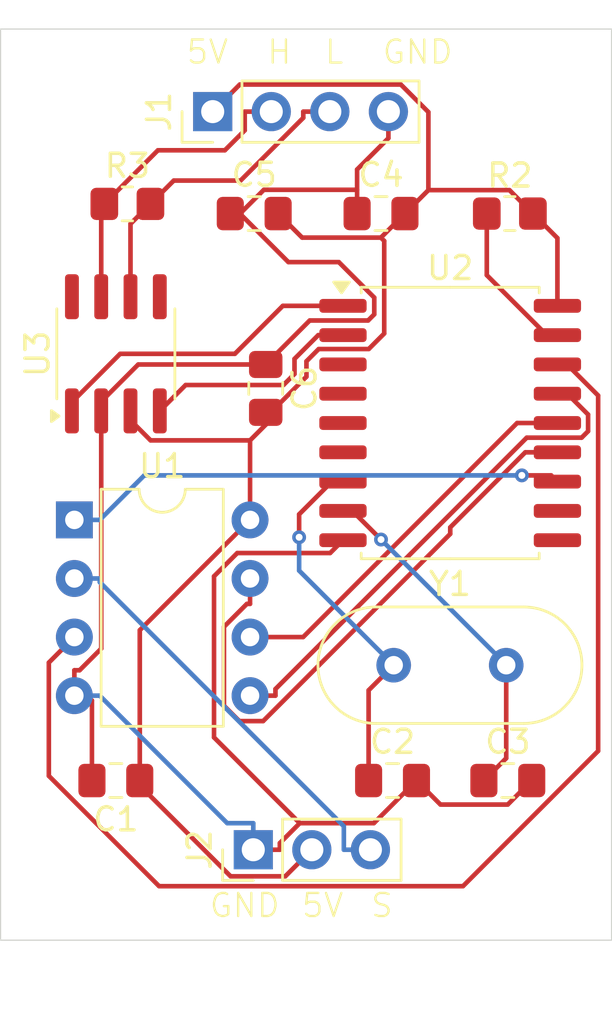
<source format=kicad_pcb>
(kicad_pcb (version 20240108) (generator "pcbnew") (generator_version "8.0")
  (layers (0 "F.Cu" signal) (31 "B.Cu" signal) (34 "B.Paste" user) (35 "F.Paste" user) (36 "B.SilkS" user "B.Silkscreen") (37 "F.SilkS" user "F.Silkscreen") (38 "B.Mask" user) (39 "F.Mask" user) (44 "Edge.Cuts" user))
  (net 0 "")
  (net 1 "GND")
  (net 2 "+5V")
  (net 3 "Net-(U2-OSC2)")
  (net 4 "Net-(U2-OSC1)")
  (net 5 "Net-(J1-Pin_3)")
  (net 6 "Net-(J1-Pin_2)")
  (net 7 "Sensor Input")
  (net 8 "Net-(U2-~{RESET})")
  (net 9 "CAN INT")
  (net 10 "CAN_SCK")
  (net 11 "CAN_MOSI")
  (net 12 "CAN_CS")
  (net 13 "CAN_MISO")
  (net 17 "Net-(U2-TXCAN)")
  (net 21 "Net-(U2-RXCAN)")
  (footprint "Package_SO:SOIC-18W_7.5x11.6mm_P1.27mm" (layer "F.Cu") (at 143 81.5)
    (property "Reference" "U2" (at 0 -6.72 0) (layer "F.SilkS"))
    (property "Value" "MCP2515-xSO")
    (fp_line (start -3.86 -5.885) (end -3.86 -5.64) (stroke (width 0.12)) (layer "F.SilkS"))
    (fp_line (start -3.86 5.885) (end -3.86 5.64) (stroke (width 0.12)) (layer "F.SilkS"))
    (fp_line (start 0 -5.885) (end -3.86 -5.885) (stroke (width 0.12)) (layer "F.SilkS"))
    (fp_line (start 0 -5.885) (end 3.86 -5.885) (stroke (width 0.12)) (layer "F.SilkS"))
    (fp_line (start 0 5.885) (end -3.86 5.885) (stroke (width 0.12)) (layer "F.SilkS"))
    (fp_line (start 0 5.885) (end 3.86 5.885) (stroke (width 0.12)) (layer "F.SilkS"))
    (fp_line (start 3.86 -5.885) (end 3.86 -5.64) (stroke (width 0.12)) (layer "F.SilkS"))
    (fp_line (start 3.86 5.885) (end 3.86 5.64) (stroke (width 0.12)) (layer "F.SilkS"))
    (fp_poly (pts (xy -4.7125 -5.64) (xy -5.0525 -6.11) (xy -4.3725 -6.11) (xy -4.7125 -5.64)) (stroke (width 0.12)) (fill solid) (layer "F.SilkS"))
    (pad "1" smd roundrect (at -4.65 -5.08) (size 2.05 0.6) (layers "F.Cu" "F.Paste" "F.Mask") (net 17 "Net-(U2-TXCAN)"))
    (pad "2" smd roundrect (at -4.65 -3.81) (size 2.05 0.6) (layers "F.Cu" "F.Paste" "F.Mask") (net 21 "Net-(U2-RXCAN)"))
    (pad "3" smd roundrect (at -4.65 -2.54) (size 2.05 0.6) (layers "F.Cu" "F.Paste" "F.Mask"))
    (pad "4" smd roundrect (at -4.65 -1.27) (size 2.05 0.6) (layers "F.Cu" "F.Paste" "F.Mask"))
    (pad "5" smd roundrect (at -4.65 0) (size 2.05 0.6) (layers "F.Cu" "F.Paste" "F.Mask"))
    (pad "6" smd roundrect (at -4.65 1.27) (size 2.05 0.6) (layers "F.Cu" "F.Paste" "F.Mask"))
    (pad "7" smd roundrect (at -4.65 2.54) (size 2.05 0.6) (layers "F.Cu" "F.Paste" "F.Mask") (net 3 "Net-(U2-OSC2)"))
    (pad "8" smd roundrect (at -4.65 3.81) (size 2.05 0.6) (layers "F.Cu" "F.Paste" "F.Mask") (net 4 "Net-(U2-OSC1)"))
    (pad "9" smd roundrect (at -4.65 5.08) (size 2.05 0.6) (layers "F.Cu" "F.Paste" "F.Mask") (net 1 "GND"))
    (pad "10" smd roundrect (at 4.65 5.08) (size 2.05 0.6) (layers "F.Cu" "F.Paste" "F.Mask"))
    (pad "11" smd roundrect (at 4.65 3.81) (size 2.05 0.6) (layers "F.Cu" "F.Paste" "F.Mask"))
    (pad "12" smd roundrect (at 4.65 2.54) (size 2.05 0.6) (layers "F.Cu" "F.Paste" "F.Mask") (net 9 "CAN INT"))
    (pad "13" smd roundrect (at 4.65 1.27) (size 2.05 0.6) (layers "F.Cu" "F.Paste" "F.Mask") (net 10 "CAN_SCK"))
    (pad "14" smd roundrect (at 4.65 0) (size 2.05 0.6) (layers "F.Cu" "F.Paste" "F.Mask") (net 11 "CAN_MOSI"))
    (pad "15" smd roundrect (at 4.65 -1.27) (size 2.05 0.6) (layers "F.Cu" "F.Paste" "F.Mask") (net 13 "CAN_MISO"))
    (pad "16" smd roundrect (at 4.65 -2.54) (size 2.05 0.6) (layers "F.Cu" "F.Paste" "F.Mask") (net 12 "CAN_CS"))
    (pad "17" smd roundrect (at 4.65 -3.81) (size 2.05 0.6) (layers "F.Cu" "F.Paste" "F.Mask") (net 8 "Net-(U2-~{RESET})"))
    (pad "18" smd roundrect (at 4.65 -5.08) (size 2.05 0.6) (layers "F.Cu" "F.Paste" "F.Mask") (net 2 "+5V"))
  )
  (footprint "Capacitor_SMD:C_0805_2012Metric_Pad1.18x1.45mm_HandSolder" (layer "F.Cu") (at 128.5 97 180)
    (property "Reference" "C1" (at 0 -1.68 180) (layer "F.SilkS"))
    (property "Value" "0.1uF")
    (fp_line (start -0.261252 0.735) (end 0.261252 0.735) (stroke (width 0.12)) (layer "F.SilkS"))
    (fp_line (start -0.261252 -0.735) (end 0.261252 -0.735) (stroke (width 0.12)) (layer "F.SilkS"))
    (pad "1" smd roundrect (at -1.0375 0 180) (size 1.175 1.45) (layers "F.Cu" "F.Paste" "F.Mask") (roundrect_rratio 0.212766) (net 2 "+5V"))
    (pad "2" smd roundrect (at 1.0375 0 180) (size 1.175 1.45) (layers "F.Cu" "F.Paste" "F.Mask") (roundrect_rratio 0.212766) (net 1 "GND"))
  )
  (footprint "Crystal:Crystal_HC49-4H_Vertical" (layer "F.Cu") (at 140.55 92)
    (property "Reference" "Y1" (at 2.44 -3.525 0) (layer "F.SilkS"))
    (property "Value" "8MHz")
    (fp_line (start -0.76 -2.525) (end 5.64 -2.525) (stroke (width 0.12)) (layer "F.SilkS"))
    (fp_line (start -0.76 2.525) (end 5.64 2.525) (stroke (width 0.12)) (layer "F.SilkS"))
    (fp_arc (start -0.76 2.525) (mid -3.285 0) (end -0.76 -2.525) (stroke (width 0.12)) (layer "F.SilkS"))
    (fp_arc (start 5.64 -2.525) (mid 8.165 0) (end 5.64 2.525) (stroke (width 0.12)) (layer "F.SilkS"))
    (pad "1" thru_hole circle (at 0 0) (size 1.5 1.5) (drill 0.8) (layers "*.Cu" "*.Mask") (net 3 "Net-(U2-OSC2)"))
    (pad "2" thru_hole circle (at 4.88 0) (size 1.5 1.5) (drill 0.8) (layers "*.Cu" "*.Mask") (net 4 "Net-(U2-OSC1)"))
  )
  (footprint "Connector_PinHeader_2.54mm:PinHeader_1x03_P2.54mm_Vertical" (layer "F.Cu") (at 134.46 100 90)
    (property "Reference" "J2" (at 0 -2.33 -90) (layer "F.SilkS"))
    (property "Value" "Conn_01x03_Socket")
    (fp_line (start -1.33 -1.33) (end 0 -1.33) (stroke (width 0.12)) (layer "F.SilkS"))
    (fp_line (start -1.33 0) (end -1.33 -1.33) (stroke (width 0.12)) (layer "F.SilkS"))
    (fp_line (start 1.33 1.27) (end 1.33 6.41) (stroke (width 0.12)) (layer "F.SilkS"))
    (fp_line (start -1.33 1.27) (end 1.33 1.27) (stroke (width 0.12)) (layer "F.SilkS"))
    (fp_line (start -1.33 1.27) (end -1.33 6.41) (stroke (width 0.12)) (layer "F.SilkS"))
    (fp_line (start -1.33 6.41) (end 1.33 6.41) (stroke (width 0.12)) (layer "F.SilkS"))
    (pad "1" thru_hole rect (at 0 0 90) (size 1.7 1.7) (drill 1) (layers "*.Cu" "*.Mask") (net 1 "GND"))
    (pad "2" thru_hole oval (at 0 2.54 90) (size 1.7 1.7) (drill 1) (layers "*.Cu" "*.Mask") (net 2 "+5V"))
    (pad "3" thru_hole oval (at 0 5.08 90) (size 1.7 1.7) (drill 1) (layers "*.Cu" "*.Mask") (net 7 "Sensor Input"))
  )
  (footprint "Capacitor_SMD:C_0805_2012Metric_Pad1.18x1.45mm_HandSolder" (layer "F.Cu") (at 135 80 -90)
    (property "Reference" "C6" (at 0 -1.68 90) (layer "F.SilkS"))
    (property "Value" "0.1uF")
    (fp_line (start -0.261252 0.735) (end 0.261252 0.735) (stroke (width 0.12)) (layer "F.SilkS"))
    (fp_line (start -0.261252 -0.735) (end 0.261252 -0.735) (stroke (width 0.12)) (layer "F.SilkS"))
    (pad "1" smd roundrect (at -1.0375 0 270) (size 1.175 1.45) (layers "F.Cu" "F.Paste" "F.Mask") (roundrect_rratio 0.212766) (net 1 "GND"))
    (pad "2" smd roundrect (at 1.0375 0 270) (size 1.175 1.45) (layers "F.Cu" "F.Paste" "F.Mask") (roundrect_rratio 0.212766) (net 2 "+5V"))
  )
  (footprint "Capacitor_SMD:C_0805_2012Metric_Pad1.18x1.45mm_HandSolder" (layer "F.Cu") (at 145.5 97)
    (property "Reference" "C3" (at 0 -1.68 0) (layer "F.SilkS"))
    (property "Value" "22pF")
    (fp_line (start -0.261252 -0.735) (end 0.261252 -0.735) (stroke (width 0.12)) (layer "F.SilkS"))
    (fp_line (start -0.261252 0.735) (end 0.261252 0.735) (stroke (width 0.12)) (layer "F.SilkS"))
    (pad "1" smd roundrect (at -1.0375 0) (size 1.175 1.45) (layers "F.Cu" "F.Paste" "F.Mask") (roundrect_rratio 0.212766) (net 4 "Net-(U2-OSC1)"))
    (pad "2" smd roundrect (at 1.0375 0) (size 1.175 1.45) (layers "F.Cu" "F.Paste" "F.Mask") (roundrect_rratio 0.212766) (net 1 "GND"))
  )
  (footprint "Capacitor_SMD:C_0805_2012Metric_Pad1.18x1.45mm_HandSolder" (layer "F.Cu") (at 140.5 97)
    (property "Reference" "C2" (at 0 -1.68 0) (layer "F.SilkS"))
    (property "Value" "22pF")
    (fp_line (start -0.261252 -0.735) (end 0.261252 -0.735) (stroke (width 0.12)) (layer "F.SilkS"))
    (fp_line (start -0.261252 0.735) (end 0.261252 0.735) (stroke (width 0.12)) (layer "F.SilkS"))
    (pad "1" smd roundrect (at -1.0375 0) (size 1.175 1.45) (layers "F.Cu" "F.Paste" "F.Mask") (roundrect_rratio 0.212766) (net 3 "Net-(U2-OSC2)"))
    (pad "2" smd roundrect (at 1.0375 0) (size 1.175 1.45) (layers "F.Cu" "F.Paste" "F.Mask") (roundrect_rratio 0.212766) (net 1 "GND"))
  )
  (footprint "Connector_PinHeader_2.54mm:PinHeader_1x04_P2.54mm_Vertical" (layer "F.Cu") (at 132.7 68 90)
    (property "Reference" "J1" (at 0 -2.33 -90) (layer "F.SilkS"))
    (property "Value" "Conn_Socket")
    (fp_line (start -1.33 -1.33) (end 0 -1.33) (stroke (width 0.12)) (layer "F.SilkS"))
    (fp_line (start -1.33 0) (end -1.33 -1.33) (stroke (width 0.12)) (layer "F.SilkS"))
    (fp_line (start 1.33 1.27) (end 1.33 8.95) (stroke (width 0.12)) (layer "F.SilkS"))
    (fp_line (start -1.33 1.27) (end 1.33 1.27) (stroke (width 0.12)) (layer "F.SilkS"))
    (fp_line (start -1.33 1.27) (end -1.33 8.95) (stroke (width 0.12)) (layer "F.SilkS"))
    (fp_line (start -1.33 8.95) (end 1.33 8.95) (stroke (width 0.12)) (layer "F.SilkS"))
    (pad "1" thru_hole rect (at 0 0 90) (size 1.7 1.7) (drill 1) (layers "*.Cu" "*.Mask") (net 2 "+5V"))
    (pad "2" thru_hole oval (at 0 2.54 90) (size 1.7 1.7) (drill 1) (layers "*.Cu" "*.Mask") (net 6 "Net-(J1-Pin_2)"))
    (pad "3" thru_hole oval (at 0 5.08 90) (size 1.7 1.7) (drill 1) (layers "*.Cu" "*.Mask") (net 5 "Net-(J1-Pin_3)"))
    (pad "4" thru_hole oval (at 0 7.62 90) (size 1.7 1.7) (drill 1) (layers "*.Cu" "*.Mask") (net 1 "GND"))
  )
  (footprint "Capacitor_SMD:C_0805_2012Metric_Pad1.18x1.45mm_HandSolder" (layer "F.Cu") (at 134.5 72.42)
    (property "Reference" "C5" (at 0 -1.68 0) (layer "F.SilkS"))
    (property "Value" "0.1uF")
    (fp_line (start -0.261252 -0.735) (end 0.261252 -0.735) (stroke (width 0.12)) (layer "F.SilkS"))
    (fp_line (start -0.261252 0.735) (end 0.261252 0.735) (stroke (width 0.12)) (layer "F.SilkS"))
    (pad "1" smd roundrect (at -1.0375 0) (size 1.175 1.45) (layers "F.Cu" "F.Paste" "F.Mask") (roundrect_rratio 0.212766) (net 1 "GND"))
    (pad "2" smd roundrect (at 1.0375 0) (size 1.175 1.45) (layers "F.Cu" "F.Paste" "F.Mask") (roundrect_rratio 0.212766) (net 2 "+5V"))
  )
  (footprint "Package_DIP:DIP-8_W7.62mm" (layer "F.Cu") (at 126.7 85.7)
    (property "Reference" "U1" (at 3.81 -2.33 0) (layer "F.SilkS"))
    (property "Value" "ATtiny85V-10P")
    (fp_line (start 1.16 -1.33) (end 1.16 8.95) (stroke (width 0.12)) (layer "F.SilkS"))
    (fp_line (start 1.16 8.95) (end 6.46 8.95) (stroke (width 0.12)) (layer "F.SilkS"))
    (fp_line (start 2.81 -1.33) (end 1.16 -1.33) (stroke (width 0.12)) (layer "F.SilkS"))
    (fp_line (start 6.46 -1.33) (end 4.81 -1.33) (stroke (width 0.12)) (layer "F.SilkS"))
    (fp_line (start 6.46 8.95) (end 6.46 -1.33) (stroke (width 0.12)) (layer "F.SilkS"))
    (fp_arc (start 4.81 -1.33) (mid 3.81 -0.33) (end 2.81 -1.33) (stroke (width 0.12)) (layer "F.SilkS"))
    (pad "1" thru_hole rect (at 0 0) (size 1.6 1.6) (drill 0.8) (layers "*.Cu" "*.Mask") (net 9 "CAN INT"))
    (pad "2" thru_hole oval (at 0 2.54) (size 1.6 1.6) (drill 0.8) (layers "*.Cu" "*.Mask") (net 7 "Sensor Input"))
    (pad "3" thru_hole oval (at 0 5.08) (size 1.6 1.6) (drill 0.8) (layers "*.Cu" "*.Mask") (net 12 "CAN_CS"))
    (pad "4" thru_hole oval (at 0 7.62) (size 1.6 1.6) (drill 0.8) (layers "*.Cu" "*.Mask") (net 1 "GND"))
    (pad "5" thru_hole oval (at 7.62 7.62) (size 1.6 1.6) (drill 0.8) (layers "*.Cu" "*.Mask") (net 13 "CAN_MISO"))
    (pad "6" thru_hole oval (at 7.62 5.08) (size 1.6 1.6) (drill 0.8) (layers "*.Cu" "*.Mask") (net 11 "CAN_MOSI"))
    (pad "7" thru_hole oval (at 7.62 2.54) (size 1.6 1.6) (drill 0.8) (layers "*.Cu" "*.Mask") (net 10 "CAN_SCK"))
    (pad "8" thru_hole oval (at 7.62 0) (size 1.6 1.6) (drill 0.8) (layers "*.Cu" "*.Mask") (net 2 "+5V"))
  )
  (footprint "Package_SO:SOIC-8_3.9x4.9mm_P1.27mm" (layer "F.Cu") (at 128.5 78.5 90)
    (property "Reference" "U3" (at 0 -3.4 -90) (layer "F.SilkS"))
    (property "Value" "TJA1051T")
    (fp_line (start 0 -2.56) (end 1.95 -2.56) (stroke (width 0.12)) (layer "F.SilkS"))
    (fp_line (start 0 -2.56) (end -1.95 -2.56) (stroke (width 0.12)) (layer "F.SilkS"))
    (fp_line (start 0 2.56) (end 1.95 2.56) (stroke (width 0.12)) (layer "F.SilkS"))
    (fp_line (start 0 2.56) (end -1.95 2.56) (stroke (width 0.12)) (layer "F.SilkS"))
    (fp_poly (pts (xy -2.7 -2.465) (xy -2.94 -2.795) (xy -2.46 -2.795) (xy -2.7 -2.465)) (stroke (width 0.12)) (fill solid) (layer "F.SilkS"))
    (pad "1" smd roundrect (at -2.475 -1.905 90) (size 1.95 0.6) (layers "F.Cu" "F.Paste" "F.Mask") (net 17 "Net-(U2-TXCAN)"))
    (pad "2" smd roundrect (at -2.475 -0.635 90) (size 1.95 0.6) (layers "F.Cu" "F.Paste" "F.Mask") (net 1 "GND"))
    (pad "3" smd roundrect (at -2.475 0.635 90) (size 1.95 0.6) (layers "F.Cu" "F.Paste" "F.Mask") (net 2 "+5V"))
    (pad "4" smd roundrect (at -2.475 1.905 90) (size 1.95 0.6) (layers "F.Cu" "F.Paste" "F.Mask") (net 21 "Net-(U2-RXCAN)"))
    (pad "5" smd roundrect (at 2.475 1.905 90) (size 1.95 0.6) (layers "F.Cu" "F.Paste" "F.Mask"))
    (pad "6" smd roundrect (at 2.475 0.635 90) (size 1.95 0.6) (layers "F.Cu" "F.Paste" "F.Mask") (net 5 "Net-(J1-Pin_3)"))
    (pad "7" smd roundrect (at 2.475 -0.635 90) (size 1.95 0.6) (layers "F.Cu" "F.Paste" "F.Mask") (net 6 "Net-(J1-Pin_2)"))
    (pad "8" smd roundrect (at 2.475 -1.905 90) (size 1.95 0.6) (layers "F.Cu" "F.Paste" "F.Mask"))
  )
  (footprint "Capacitor_SMD:C_0805_2012Metric_Pad1.18x1.45mm_HandSolder" (layer "F.Cu") (at 140 72.42)
    (property "Reference" "C4" (at 0 -1.68 0) (layer "F.SilkS"))
    (property "Value" "10uF")
    (fp_line (start -0.261252 -0.735) (end 0.261252 -0.735) (stroke (width 0.12)) (layer "F.SilkS"))
    (fp_line (start -0.261252 0.735) (end 0.261252 0.735) (stroke (width 0.12)) (layer "F.SilkS"))
    (pad "1" smd roundrect (at -1.0375 0) (size 1.175 1.45) (layers "F.Cu" "F.Paste" "F.Mask") (roundrect_rratio 0.212766) (net 1 "GND"))
    (pad "2" smd roundrect (at 1.0375 0) (size 1.175 1.45) (layers "F.Cu" "F.Paste" "F.Mask") (roundrect_rratio 0.212766) (net 2 "+5V"))
  )
  (footprint "Resistor_SMD:R_0805_2012Metric_Pad1.20x1.40mm_HandSolder" (layer "F.Cu") (at 145.5875 72.42)
    (property "Reference" "R2" (at 0 -1.65 0) (layer "F.SilkS"))
    (property "Value" "10K")
    (fp_line (start -0.227064 -0.735) (end 0.227064 -0.735) (stroke (width 0.12)) (layer "F.SilkS"))
    (fp_line (start -0.227064 0.735) (end 0.227064 0.735) (stroke (width 0.12)) (layer "F.SilkS"))
    (pad "1" smd roundrect (at -1 0) (size 1.2 1.4) (layers "F.Cu" "F.Paste" "F.Mask") (roundrect_rratio 0.208333) (net 8 "Net-(U2-~{RESET})"))
    (pad "2" smd roundrect (at 1 0) (size 1.2 1.4) (layers "F.Cu" "F.Paste" "F.Mask") (roundrect_rratio 0.208333) (net 2 "+5V"))
  )
  (footprint "Resistor_SMD:R_0805_2012Metric_Pad1.20x1.40mm_HandSolder" (layer "F.Cu") (at 129 72)
    (property "Reference" "R3" (at 0 -1.65 0) (layer "F.SilkS"))
    (property "Value" "120R")
    (fp_line (start -0.227064 -0.735) (end 0.227064 -0.735) (stroke (width 0.12)) (layer "F.SilkS"))
    (fp_line (start -0.227064 0.735) (end 0.227064 0.735) (stroke (width 0.12)) (layer "F.SilkS"))
    (pad "1" smd roundrect (at -1 0) (size 1.2 1.4) (layers "F.Cu" "F.Paste" "F.Mask") (roundrect_rratio 0.208333) (net 6 "Net-(J1-Pin_2)"))
    (pad "2" smd roundrect (at 1 0) (size 1.2 1.4) (layers "F.Cu" "F.Paste" "F.Mask") (roundrect_rratio 0.208333) (net 5 "Net-(J1-Pin_3)"))
  )
  (gr_rect (start 123.5 64.42) (end 150 103.92) (stroke (width 0.05)) (fill none) (layer "Edge.Cuts"))
  (gr_text "S" (at 139.5 103 0) (layer "F.SilkS") (effects (font (size 1 1) (thickness 0.1)) (justify left bottom)))
  (gr_text "5V" (at 136.5 103 0) (layer "F.SilkS") (effects (font (size 1 1) (thickness 0.1)) (justify left bottom)))
  (gr_text "GND" (at 132.5 103 0) (layer "F.SilkS") (effects (font (size 1 1) (thickness 0.1)) (justify left bottom)))
  (gr_text "H" (at 135 66 0) (layer "F.SilkS") (effects (font (size 1 1) (thickness 0.1)) (justify left bottom)))
  (gr_text "5V" (at 131.5 66 0) (layer "F.SilkS") (effects (font (size 1 1) (thickness 0.1)) (justify left bottom)))
  (gr_text "L" (at 137.5 66 0) (layer "F.SilkS") (effects (font (size 1 1) (thickness 0.1)) (justify left bottom)))
  (gr_text "GND" (at 140 66 0) (layer "F.SilkS") (effects (font (size 1 1) (thickness 0.1)) (justify left bottom)))
  (segment (start 127.865 91.2816) (end 127.865 80.975) (width 0.2) (layer "F.Cu") (net 1))
  (segment (start 127.4625 93.5316) (end 127.4625 97) (width 0.2) (layer "F.Cu") (net 1))
  (segment (start 132.7575 95.1304) (end 136.4754 98.8483) (width 0.2) (layer "F.Cu") (net 1))
  (segment (start 138.9625 71.3895) (end 134.9184 71.3895) (width 0.2) (layer "F.Cu") (net 1))
  (segment (start 133.8831 72.4248) (end 133.8782 72.42) (width 0.2) (layer "F.Cu") (net 1))
  (segment (start 138.9625 70.5092) (end 140.32 69.1517) (width 0.2) (layer "F.Cu") (net 1))
  (segment (start 127.865 80.975) (end 127.865 80.5681) (width 0.2) (layer "F.Cu") (net 1))
  (segment (start 129.4706 78.9625) (end 135 78.9625) (width 0.2) (layer "F.Cu") (net 1))
  (segment (start 126.7 93.32) (end 126.7 92.7691) (width 0.2) (layer "F.Cu") (net 1))
  (segment (start 134.46 100) (end 135.6117 100) (width 0.2) (layer "F.Cu") (net 1))
  (segment (start 137.7934 87.1366) (end 133.7652 87.1366) (width 0.2) (layer "F.Cu") (net 1))
  (segment (start 138.9625 71.3895) (end 138.9625 70.5092) (width 0.2) (layer "F.Cu") (net 1))
  (segment (start 135 78.9625) (end 136.9075 77.055) (width 0.2) (layer "F.Cu") (net 1))
  (segment (start 127.865 80.5681) (end 129.4706 78.9625) (width 0.2) (layer "F.Cu") (net 1))
  (segment (start 126.9283 92.2183) (end 127.865 91.2816) (width 0.2) (layer "F.Cu") (net 1))
  (segment (start 142.5792 98.0417) (end 145.4958 98.0417) (width 0.2) (layer "F.Cu") (net 1))
  (segment (start 138.9625 72.42) (end 138.9625 71.3895) (width 0.2) (layer "F.Cu") (net 1))
  (segment (start 133.8782 72.42) (end 133.4625 72.42) (width 0.2) (layer "F.Cu") (net 1))
  (segment (start 134.9184 71.3895) (end 133.8831 72.4248) (width 0.2) (layer "F.Cu") (net 1))
  (segment (start 138.35 86.58) (end 137.7934 87.1366) (width 0.2) (layer "F.Cu") (net 1))
  (segment (start 139.4411 77.055) (end 139.7072 76.7889) (width 0.2) (layer "F.Cu") (net 1))
  (segment (start 141.5375 97) (end 142.5792 98.0417) (width 0.2) (layer "F.Cu") (net 1))
  (segment (start 133.7652 87.1366) (end 132.7575 88.1443) (width 0.2) (layer "F.Cu") (net 1))
  (segment (start 139.7072 76.7889) (end 139.7072 76.0616) (width 0.2) (layer "F.Cu") (net 1))
  (segment (start 138.169 74.5234) (end 135.9816 74.5234) (width 0.2) (layer "F.Cu") (net 1))
  (segment (start 135.6117 99.712) (end 136.4754 98.8483) (width 0.2) (layer "F.Cu") (net 1))
  (segment (start 135.9816 74.5234) (end 133.8831 72.4248) (width 0.2) (layer "F.Cu") (net 1))
  (segment (start 126.7 92.7691) (end 126.7 92.2183) (width 0.2) (layer "F.Cu") (net 1))
  (segment (start 139.6892 98.8483) (end 141.5375 97) (width 0.2) (layer "F.Cu") (net 1))
  (segment (start 140.32 68) (end 140.32 69.1517) (width 0.2) (layer "F.Cu") (net 1))
  (segment (start 136.9075 77.055) (end 139.4411 77.055) (width 0.2) (layer "F.Cu") (net 1))
  (segment (start 139.7072 76.0616) (end 138.169 74.5234) (width 0.2) (layer "F.Cu") (net 1))
  (segment (start 145.4958 98.0417) (end 146.5375 97) (width 0.2) (layer "F.Cu") (net 1))
  (segment (start 135.6117 100) (end 135.6117 99.712) (width 0.2) (layer "F.Cu") (net 1))
  (segment (start 132.7575 88.1443) (end 132.7575 95.1304) (width 0.2) (layer "F.Cu") (net 1))
  (segment (start 126.7 92.2183) (end 126.9283 92.2183) (width 0.2) (layer "F.Cu") (net 1))
  (segment (start 136.4754 98.8483) (end 139.6892 98.8483) (width 0.2) (layer "F.Cu") (net 1))
  (segment (start 126.7 92.7691) (end 127.4625 93.5316) (width 0.2) (layer "F.Cu") (net 1))
  (segment (start 126.7 93.32) (end 127.8017 93.32) (width 0.2) (layer "B.Cu") (net 1))
  (segment (start 127.8017 93.32) (end 133.33 98.8483) (width 0.2) (layer "B.Cu") (net 1))
  (segment (start 134.46 100) (end 134.46 98.8483) (width 0.2) (layer "B.Cu") (net 1))
  (segment (start 133.33 98.8483) (end 134.46 98.8483) (width 0.2) (layer "B.Cu") (net 1))
  (segment (start 139.467 78.2923) (end 140.1387 77.6206) (width 0.2) (layer "F.Cu") (net 2))
  (segment (start 139.9953 73.4622) (end 141.0375 72.42) (width 0.2) (layer "F.Cu") (net 2))
  (segment (start 133.4757 101.1517) (end 129.5375 97.2135) (width 0.2) (layer "F.Cu") (net 2))
  (segment (start 142.0544 68.0199) (end 140.86 66.8255) (width 0.2) (layer "F.Cu") (net 2))
  (segment (start 135.5375 72.42) (end 136.5797 73.4622) (width 0.2) (layer "F.Cu") (net 2))
  (segment (start 133.8745 66.8255) (end 132.7 68) (width 0.2) (layer "F.Cu") (net 2))
  (segment (start 129.5375 90.4825) (end 129.5375 97) (width 0.2) (layer "F.Cu") (net 2))
  (segment (start 142.0544 71.4031) (end 142.0544 68.0199) (width 0.2) (layer "F.Cu") (net 2))
  (segment (start 136.7656 79.4904) (end 136.7656 78.8239) (width 0.2) (layer "F.Cu") (net 2))
  (segment (start 140.86 66.8255) (end 133.8745 66.8255) (width 0.2) (layer "F.Cu") (net 2))
  (segment (start 134.32 85.7) (end 134.32 82.2523) (width 0.2) (layer "F.Cu") (net 2))
  (segment (start 135 81.0375) (end 135.2185 81.0375) (width 0.2) (layer "F.Cu") (net 2))
  (segment (start 129.5375 97.2135) (end 129.5375 97) (width 0.2) (layer "F.Cu") (net 2))
  (segment (start 145.5706 71.4031) (end 146.5875 72.42) (width 0.2) (layer "F.Cu") (net 2))
  (segment (start 134.32 85.7) (end 129.5375 90.4825) (width 0.2) (layer "F.Cu") (net 2))
  (segment (start 136.7656 78.8239) (end 137.2972 78.2923) (width 0.2) (layer "F.Cu") (net 2))
  (segment (start 137.2972 78.2923) (end 139.467 78.2923) (width 0.2) (layer "F.Cu") (net 2))
  (segment (start 137 100) (end 135.8483 101.1517) (width 0.2) (layer "F.Cu") (net 2))
  (segment (start 130.0059 82.2523) (end 129.135 81.3814) (width 0.2) (layer "F.Cu") (net 2))
  (segment (start 140.1387 77.6206) (end 140.1387 73.6056) (width 0.2) (layer "F.Cu") (net 2))
  (segment (start 136.5797 73.4622) (end 139.9953 73.4622) (width 0.2) (layer "F.Cu") (net 2))
  (segment (start 135 81.0375) (end 135 81.5723) (width 0.2) (layer "F.Cu") (net 2))
  (segment (start 135 81.5723) (end 134.32 82.2523) (width 0.2) (layer "F.Cu") (net 2))
  (segment (start 141.0375 72.42) (end 142.0544 71.4031) (width 0.2) (layer "F.Cu") (net 2))
  (segment (start 140.1387 73.6056) (end 139.9953 73.4622) (width 0.2) (layer "F.Cu") (net 2))
  (segment (start 135.2185 81.0375) (end 136.7656 79.4904) (width 0.2) (layer "F.Cu") (net 2))
  (segment (start 135.8483 101.1517) (end 133.4757 101.1517) (width 0.2) (layer "F.Cu") (net 2))
  (segment (start 147.65 73.4825) (end 147.65 76.42) (width 0.2) (layer "F.Cu") (net 2))
  (segment (start 129.135 81.3814) (end 129.135 80.975) (width 0.2) (layer "F.Cu") (net 2))
  (segment (start 134.32 82.2523) (end 130.0059 82.2523) (width 0.2) (layer "F.Cu") (net 2))
  (segment (start 142.0544 71.4031) (end 145.5706 71.4031) (width 0.2) (layer "F.Cu") (net 2))
  (segment (start 146.5875 72.42) (end 147.65 73.4825) (width 0.2) (layer "F.Cu") (net 2))
  (segment (start 137.8672 84.04) (end 136.4482 85.459) (width 0.2) (layer "F.Cu") (net 3))
  (segment (start 138.35 84.04) (end 137.8672 84.04) (width 0.2) (layer "F.Cu") (net 3))
  (segment (start 136.4482 85.459) (end 136.4482 86.4524) (width 0.2) (layer "F.Cu") (net 3))
  (segment (start 139.4625 93.0875) (end 140.55 92) (width 0.2) (layer "F.Cu") (net 3))
  (segment (start 139.4625 97) (end 139.4625 93.0875) (width 0.2) (layer "F.Cu") (net 3))
  (via (at 136.4482 86.4524) (size 0.6) (drill 0.3) (layers "F.Cu" "B.Cu") (net 3))
  (segment (start 136.4482 87.8982) (end 136.4482 86.4524) (width 0.2) (layer "B.Cu") (net 3))
  (segment (start 140.55 92) (end 136.4482 87.8982) (width 0.2) (layer "B.Cu") (net 3))
  (segment (start 145.43 96.0325) (end 145.43 92) (width 0.2) (layer "F.Cu") (net 4))
  (segment (start 140 86.5516) (end 138.7584 85.31) (width 0.2) (layer "F.Cu") (net 4))
  (segment (start 138.7584 85.31) (end 138.35 85.31) (width 0.2) (layer "F.Cu") (net 4))
  (segment (start 144.4625 97) (end 145.43 96.0325) (width 0.2) (layer "F.Cu") (net 4))
  (via (at 140 86.5516) (size 0.6) (drill 0.3) (layers "F.Cu" "B.Cu") (net 4))
  (segment (start 145.43 91.9816) (end 140 86.5516) (width 0.2) (layer "B.Cu") (net 4))
  (segment (start 145.43 92) (end 145.43 91.9816) (width 0.2) (layer "B.Cu") (net 4))
  (segment (start 137.78 68) (end 136.6283 68) (width 0.2) (layer "F.Cu") (net 5))
  (segment (start 130 72) (end 131.0107 70.9893) (width 0.2) (layer "F.Cu") (net 5))
  (segment (start 133.9075 70.9893) (end 136.6283 68.2685) (width 0.2) (layer "F.Cu") (net 5))
  (segment (start 129.135 72.865) (end 130 72) (width 0.2) (layer "F.Cu") (net 5))
  (segment (start 136.6283 68.2685) (end 136.6283 68) (width 0.2) (layer "F.Cu") (net 5))
  (segment (start 129.135 76.025) (end 129.135 72.865) (width 0.2) (layer "F.Cu") (net 5))
  (segment (start 131.0107 70.9893) (end 133.9075 70.9893) (width 0.2) (layer "F.Cu") (net 5))
  (segment (start 134.0883 68.8145) (end 134.0883 68) (width 0.2) (layer "F.Cu") (net 6))
  (segment (start 127.865 72.135) (end 128 72) (width 0.2) (layer "F.Cu") (net 6))
  (segment (start 130.324 69.676) (end 133.2268 69.676) (width 0.2) (layer "F.Cu") (net 6))
  (segment (start 133.2268 69.676) (end 134.0883 68.8145) (width 0.2) (layer "F.Cu") (net 6))
  (segment (start 135.24 68) (end 134.0883 68) (width 0.2) (layer "F.Cu") (net 6))
  (segment (start 128 72) (end 130.324 69.676) (width 0.2) (layer "F.Cu") (net 6))
  (segment (start 127.865 76.025) (end 127.865 72.135) (width 0.2) (layer "F.Cu") (net 6))
  (segment (start 127.8017 88.3967) (end 138.3883 98.9833) (width 0.2) (layer "B.Cu") (net 7))
  (segment (start 138.3883 98.9833) (end 138.3883 100) (width 0.2) (layer "B.Cu") (net 7))
  (segment (start 139.54 100) (end 138.3883 100) (width 0.2) (layer "B.Cu") (net 7))
  (segment (start 127.8017 88.24) (end 127.8017 88.3967) (width 0.2) (layer "B.Cu") (net 7))
  (segment (start 126.7 88.24) (end 127.8017 88.24) (width 0.2) (layer "B.Cu") (net 7))
  (segment (start 147.1882 77.69) (end 147.65 77.69) (width 0.2) (layer "F.Cu") (net 8))
  (segment (start 144.5875 72.42) (end 144.5875 75.0893) (width 0.2) (layer "F.Cu") (net 8))
  (segment (start 144.5875 75.0893) (end 147.1882 77.69) (width 0.2) (layer "F.Cu") (net 8))
  (segment (start 147.3804 83.7704) (end 146.1077 83.7704) (width 0.2) (layer "F.Cu") (net 9))
  (segment (start 147.65 84.04) (end 147.3804 83.7704) (width 0.2) (layer "F.Cu") (net 9))
  (via (at 146.1077 83.7704) (size 0.6) (drill 0.3) (layers "F.Cu" "B.Cu") (net 9))
  (segment (start 127.8017 85.7) (end 129.7313 83.7704) (width 0.2) (layer "B.Cu") (net 9))
  (segment (start 126.7 85.7) (end 127.8017 85.7) (width 0.2) (layer "B.Cu") (net 9))
  (segment (start 129.7313 83.7704) (end 146.1077 83.7704) (width 0.2) (layer "B.Cu") (net 9))
  (segment (start 146.257 82.77) (end 147.65 82.77) (width 0.2) (layer "F.Cu") (net 10))
  (segment (start 134.32 88.24) (end 134.32 89.3417) (width 0.2) (layer "F.Cu") (net 10))
  (segment (start 134.32 89.3417) (end 134.1823 89.3417) (width 0.2) (layer "F.Cu") (net 10))
  (segment (start 133.8559 94.423) (end 134.887 94.423) (width 0.2) (layer "F.Cu") (net 10))
  (segment (start 133.1895 93.7566) (end 133.8559 94.423) (width 0.2) (layer "F.Cu") (net 10))
  (segment (start 134.1823 89.3417) (end 133.1895 90.3345) (width 0.2) (layer "F.Cu") (net 10))
  (segment (start 143.0023 86.0247) (end 146.257 82.77) (width 0.2) (layer "F.Cu") (net 10))
  (segment (start 133.1895 90.3345) (end 133.1895 93.7566) (width 0.2) (layer "F.Cu") (net 10))
  (segment (start 143.0023 86.3077) (end 143.0023 86.0247) (width 0.2) (layer "F.Cu") (net 10))
  (segment (start 134.887 94.423) (end 143.0023 86.3077) (width 0.2) (layer "F.Cu") (net 10))
  (segment (start 134.32 90.78) (end 136.6225 90.78) (width 0.2) (layer "F.Cu") (net 11))
  (segment (start 145.9025 81.5) (end 147.65 81.5) (width 0.2) (layer "F.Cu") (net 11))
  (segment (start 136.6225 90.78) (end 145.9025 81.5) (width 0.2) (layer "F.Cu") (net 11))
  (segment (start 143.5548 101.5801) (end 130.3754 101.5801) (width 0.2) (layer "F.Cu") (net 12))
  (segment (start 125.5933 96.798) (end 125.5933 91.8867) (width 0.2) (layer "F.Cu") (net 12))
  (segment (start 149.417 80.3079) (end 149.417 95.7179) (width 0.2) (layer "F.Cu") (net 12))
  (segment (start 147.65 78.96) (end 148.0691 78.96) (width 0.2) (layer "F.Cu") (net 12))
  (segment (start 149.417 95.7179) (end 143.5548 101.5801) (width 0.2) (layer "F.Cu") (net 12))
  (segment (start 148.0691 78.96) (end 149.417 80.3079) (width 0.2) (layer "F.Cu") (net 12))
  (segment (start 125.5933 91.8867) (end 126.7 90.78) (width 0.2) (layer "F.Cu") (net 12))
  (segment (start 130.3754 101.5801) (end 125.5933 96.798) (width 0.2) (layer "F.Cu") (net 12))
  (segment (start 134.32 93.32) (end 135.4217 93.32) (width 0.2) (layer "F.Cu") (net 13))
  (segment (start 146.3198 82.135) (end 135.4217 93.0331) (width 0.2) (layer "F.Cu") (net 13))
  (segment (start 148.9807 81.8552) (end 148.7009 82.135) (width 0.2) (layer "F.Cu") (net 13))
  (segment (start 148.0784 80.23) (end 148.9807 81.1323) (width 0.2) (layer "F.Cu") (net 13))
  (segment (start 147.65 80.23) (end 148.0784 80.23) (width 0.2) (layer "F.Cu") (net 13))
  (segment (start 148.7009 82.135) (end 146.3198 82.135) (width 0.2) (layer "F.Cu") (net 13))
  (segment (start 148.9807 81.1323) (end 148.9807 81.8552) (width 0.2) (layer "F.Cu") (net 13))
  (segment (start 135.4217 93.0331) (end 135.4217 93.32) (width 0.2) (layer "F.Cu") (net 13))
  (segment (start 133.6618 78.5) (end 128.687 78.5) (width 0.2) (layer "F.Cu") (net 17))
  (segment (start 138.35 76.42) (end 135.7418 76.42) (width 0.2) (layer "F.Cu") (net 17))
  (segment (start 126.595 80.592) (end 126.595 80.975) (width 0.2) (layer "F.Cu") (net 17))
  (segment (start 135.7418 76.42) (end 133.6618 78.5) (width 0.2) (layer "F.Cu") (net 17))
  (segment (start 128.687 78.5) (end 126.595 80.592) (width 0.2) (layer "F.Cu") (net 17))
  (segment (start 130.405 80.975) (end 131.5273 79.8527) (width 0.2) (layer "F.Cu") (net 21))
  (segment (start 136.2477 79.3734) (end 136.2477 78.7201) (width 0.2) (layer "F.Cu") (net 21))
  (segment (start 137.2778 77.69) (end 138.35 77.69) (width 0.2) (layer "F.Cu") (net 21))
  (segment (start 136.2477 78.7201) (end 137.2778 77.69) (width 0.2) (layer "F.Cu") (net 21))
  (segment (start 131.5273 79.8527) (end 135.7684 79.8527) (width 0.2) (layer "F.Cu") (net 21))
  (segment (start 135.7684 79.8527) (end 136.2477 79.3734) (width 0.2) (layer "F.Cu") (net 21))
)
</source>
